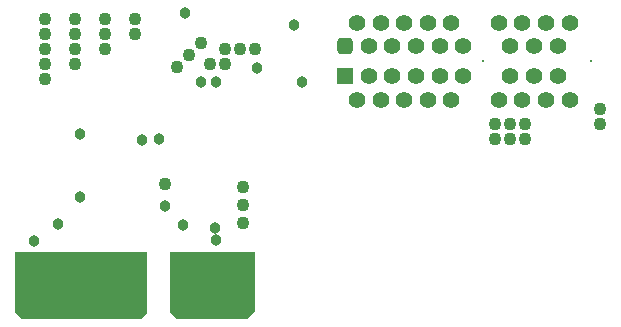
<source format=gts>
%FSAX24Y24*%
%MOIN*%
G70*
G01*
G75*
G04 Layer_Color=8388736*
%ADD10C,0.0060*%
%ADD11R,0.0276X0.1654*%
%ADD12C,0.0200*%
%ADD13C,0.0120*%
%ADD14C,0.0472*%
%ADD15R,0.0472X0.0472*%
G04:AMPARAMS|DCode=16|XSize=47.2mil|YSize=47.2mil|CornerRadius=11.8mil|HoleSize=0mil|Usage=FLASHONLY|Rotation=0.000|XOffset=0mil|YOffset=0mil|HoleType=Round|Shape=RoundedRectangle|*
%AMROUNDEDRECTD16*
21,1,0.0472,0.0236,0,0,0.0*
21,1,0.0236,0.0472,0,0,0.0*
1,1,0.0236,0.0118,-0.0118*
1,1,0.0236,-0.0118,-0.0118*
1,1,0.0236,-0.0118,0.0118*
1,1,0.0236,0.0118,0.0118*
%
%ADD16ROUNDEDRECTD16*%
%ADD17C,0.0350*%
%ADD18C,0.0300*%
%ADD19C,0.0150*%
%ADD20C,0.0080*%
%ADD21C,0.0080*%
%ADD22C,0.0100*%
%ADD23R,0.1457X0.0551*%
%ADD24R,0.1467X0.0551*%
%ADD25R,0.0356X0.1734*%
%ADD26C,0.0552*%
%ADD27R,0.0552X0.0552*%
%ADD28C,0.0080*%
G04:AMPARAMS|DCode=29|XSize=55.2mil|YSize=55.2mil|CornerRadius=15.8mil|HoleSize=0mil|Usage=FLASHONLY|Rotation=0.000|XOffset=0mil|YOffset=0mil|HoleType=Round|Shape=RoundedRectangle|*
%AMROUNDEDRECTD29*
21,1,0.0552,0.0236,0,0,0.0*
21,1,0.0236,0.0552,0,0,0.0*
1,1,0.0316,0.0118,-0.0118*
1,1,0.0316,-0.0118,-0.0118*
1,1,0.0316,-0.0118,0.0118*
1,1,0.0316,0.0118,0.0118*
%
%ADD29ROUNDEDRECTD29*%
%ADD30C,0.0430*%
%ADD31C,0.0380*%
G36*
X014411Y010219D02*
X014195Y010002D01*
Y010002D01*
X010258D01*
X010002Y010258D01*
Y012246D01*
X014411D01*
Y010219D01*
D02*
G37*
G36*
X017994Y010258D02*
X017738Y010002D01*
X015386D01*
X015159Y010229D01*
Y012246D01*
X017994D01*
Y010258D01*
D02*
G37*
D25*
X010258Y011380D02*
D03*
X010652D02*
D03*
X011045D02*
D03*
X011439D02*
D03*
X011833D02*
D03*
X012226D02*
D03*
X012620D02*
D03*
X013014D02*
D03*
X013407D02*
D03*
X013801D02*
D03*
X014195D02*
D03*
X015376D02*
D03*
X015770D02*
D03*
X016163D02*
D03*
X016557D02*
D03*
X016951D02*
D03*
X017344D02*
D03*
X017738D02*
D03*
D26*
X028494Y017320D02*
D03*
X027706D02*
D03*
X026919D02*
D03*
X026131D02*
D03*
X021801Y018108D02*
D03*
X022588D02*
D03*
X023376D02*
D03*
X024163D02*
D03*
X024950Y018100D02*
D03*
X024557Y017320D02*
D03*
X023769D02*
D03*
X022982D02*
D03*
X022194D02*
D03*
X021407D02*
D03*
X021801Y019092D02*
D03*
X022588D02*
D03*
X023376D02*
D03*
X024163D02*
D03*
X024950D02*
D03*
X024557Y019880D02*
D03*
X023769D02*
D03*
X022982D02*
D03*
X022194D02*
D03*
X021407D02*
D03*
X026525Y018108D02*
D03*
X027313D02*
D03*
X028100D02*
D03*
X026525Y019092D02*
D03*
X027313D02*
D03*
X028100D02*
D03*
X026131Y019880D02*
D03*
X026919D02*
D03*
X027706D02*
D03*
X028494D02*
D03*
D27*
X021013Y018108D02*
D03*
D28*
X025600Y018600D02*
D03*
X029202D02*
D03*
D29*
X021013Y019092D02*
D03*
D30*
X016200Y019200D02*
D03*
X015800Y018800D02*
D03*
X015400Y018400D02*
D03*
X017600Y013200D02*
D03*
Y013800D02*
D03*
Y014400D02*
D03*
X017000Y018500D02*
D03*
X016500D02*
D03*
X018000Y019000D02*
D03*
X017500D02*
D03*
X017000D02*
D03*
X015000Y014500D02*
D03*
X014000Y019500D02*
D03*
X013000D02*
D03*
X012000D02*
D03*
X011000D02*
D03*
Y018500D02*
D03*
X012000D02*
D03*
X029500Y017000D02*
D03*
Y016500D02*
D03*
X026500Y016000D02*
D03*
Y016500D02*
D03*
X027000D02*
D03*
X026000D02*
D03*
X027000Y016000D02*
D03*
X026000D02*
D03*
X011000Y018000D02*
D03*
X013000Y019000D02*
D03*
X012000D02*
D03*
X011000D02*
D03*
X013000Y020000D02*
D03*
X012000D02*
D03*
X011000D02*
D03*
X014000D02*
D03*
D31*
X015680Y020210D02*
D03*
X019570Y017910D02*
D03*
X014230Y015970D02*
D03*
X016720Y017910D02*
D03*
X014800Y016000D02*
D03*
X016710Y012630D02*
D03*
X016690Y013050D02*
D03*
X015610Y013130D02*
D03*
X015000Y013780D02*
D03*
X011440Y013190D02*
D03*
X016200Y017910D02*
D03*
X018070Y018390D02*
D03*
X010640Y012610D02*
D03*
X012190Y014070D02*
D03*
Y016170D02*
D03*
X019310Y019810D02*
D03*
M02*

</source>
